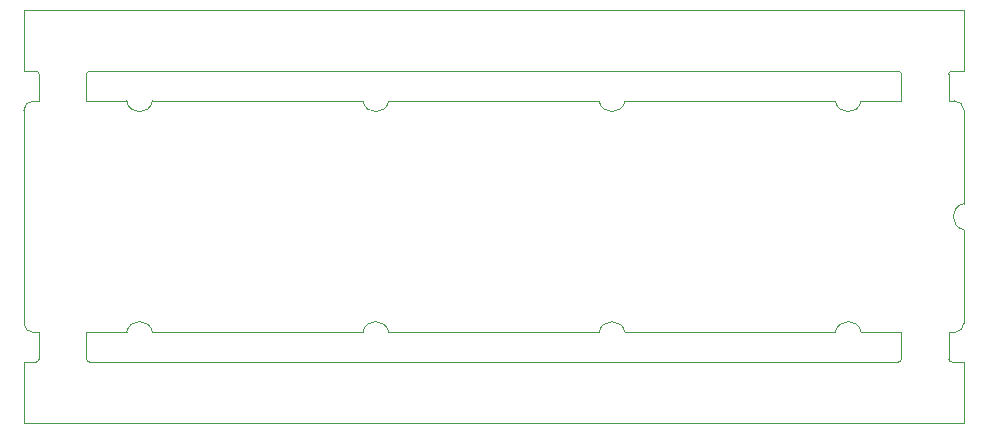
<source format=gbr>
%TF.GenerationSoftware,KiCad,Pcbnew,6.0.7+dfsg-1~bpo11+1*%
%TF.CreationDate,2022-10-14T07:47:58+00:00*%
%TF.ProjectId,0104-USB-HUB,30313034-2d55-4534-922d-4855422e6b69,V1.0*%
%TF.SameCoordinates,Original*%
%TF.FileFunction,Profile,NP*%
%FSLAX46Y46*%
G04 Gerber Fmt 4.6, Leading zero omitted, Abs format (unit mm)*
G04 Created by KiCad (PCBNEW 6.0.7+dfsg-1~bpo11+1) date 2022-10-14 07:47:58*
%MOMM*%
%LPD*%
G01*
G04 APERTURE LIST*
%TA.AperFunction,Profile*%
%ADD10C,0.050000*%
%TD*%
G04 APERTURE END LIST*
D10*
X8700000Y27300000D02*
X5300000Y27300000D01*
X0Y26500000D02*
X0Y8500000D01*
X30900000Y27300000D02*
X48700000Y27300000D01*
X28700002Y27300000D02*
G75*
G03*
X30900000Y27300000I1099999J200003D01*
G01*
X48700001Y27300000D02*
G75*
G03*
X50899999Y27300000I1099999J200000D01*
G01*
X78300000Y7700000D02*
X78800000Y7700000D01*
X10899999Y7700000D02*
G75*
G03*
X8700001Y7700000I-1099999J-200000D01*
G01*
X78300000Y27300000D02*
X78800000Y27300000D01*
X1300000Y29550000D02*
G75*
G03*
X1050000Y29800000I-250000J0D01*
G01*
X68700001Y27300000D02*
G75*
G03*
X70899999Y27300000I1099999J200000D01*
G01*
X78550000Y5200000D02*
X79600000Y5200000D01*
X78550000Y29800000D02*
G75*
G03*
X78300000Y29550000I0J-250000D01*
G01*
X800000Y27300000D02*
G75*
G03*
X0Y26500000I0J-800000D01*
G01*
X5300000Y29550000D02*
X5300000Y27300000D01*
X79600000Y5200000D02*
X79600000Y0D01*
X0Y29800000D02*
X0Y35000000D01*
X0Y5200000D02*
X1050000Y5200000D01*
X74300000Y29550000D02*
G75*
G03*
X74050000Y29800000I-250000J0D01*
G01*
X74300000Y5450000D02*
X74300000Y7700000D01*
X79600000Y29800000D02*
X78550000Y29800000D01*
X1300000Y7700000D02*
X1300000Y5450000D01*
X74300000Y27300000D02*
X74300000Y29550000D01*
X50899999Y7700000D02*
G75*
G03*
X48700001Y7700000I-1099999J-200000D01*
G01*
X10900000Y27300000D02*
X28700000Y27300000D01*
X74050000Y5200000D02*
G75*
G03*
X74300000Y5450000I0J250000D01*
G01*
X78800000Y7700000D02*
G75*
G03*
X79600000Y8500000I0J800000D01*
G01*
X800000Y27300000D02*
X1300000Y27300000D01*
X30899999Y7700000D02*
G75*
G03*
X28700001Y7700000I-1099999J-200000D01*
G01*
X50900000Y7700000D02*
X68700000Y7700000D01*
X50900000Y27300000D02*
X68700000Y27300000D01*
X0Y0D02*
X0Y5200000D01*
X70900000Y7700000D02*
X74300000Y7700000D01*
X70900000Y27300000D02*
X74300000Y27300000D01*
X78300000Y27300000D02*
X78300000Y29550000D01*
X5550000Y29800000D02*
X74050000Y29800000D01*
X79600000Y8500000D02*
X79600000Y16400000D01*
X79600000Y26500000D02*
X79600000Y18600000D01*
X79600000Y26500000D02*
G75*
G03*
X78800000Y27300000I-800000J0D01*
G01*
X0Y8500000D02*
G75*
G03*
X800000Y7700000I800000J0D01*
G01*
X74050000Y5200000D02*
X5550000Y5200000D01*
X1050000Y5200000D02*
G75*
G03*
X1300000Y5450000I0J250000D01*
G01*
X8700001Y27300000D02*
G75*
G03*
X10899999Y27300000I1099999J200000D01*
G01*
X5300000Y5450000D02*
G75*
G03*
X5550000Y5200000I250000J0D01*
G01*
X0Y35000000D02*
X79600000Y35000000D01*
X70899999Y7700000D02*
G75*
G03*
X68700001Y7700000I-1099999J-200000D01*
G01*
X1300000Y27300000D02*
X1300000Y29550000D01*
X79600000Y0D02*
X0Y0D01*
X5300000Y7700000D02*
X8700000Y7700000D01*
X1050000Y29800000D02*
X0Y29800000D01*
X79600000Y18599999D02*
G75*
G03*
X79600000Y16400001I200000J-1099999D01*
G01*
X5550000Y29800000D02*
G75*
G03*
X5300000Y29550000I0J-250000D01*
G01*
X5300000Y7700000D02*
X5300000Y5450000D01*
X78300000Y7700000D02*
X78300000Y5450000D01*
X48700000Y7700000D02*
X30900000Y7700000D01*
X800000Y7700000D02*
X1300000Y7700000D01*
X79600000Y35000000D02*
X79600000Y29800000D01*
X28700000Y7700000D02*
X10900000Y7700000D01*
X78300000Y5450000D02*
G75*
G03*
X78550000Y5200000I250000J0D01*
G01*
M02*

</source>
